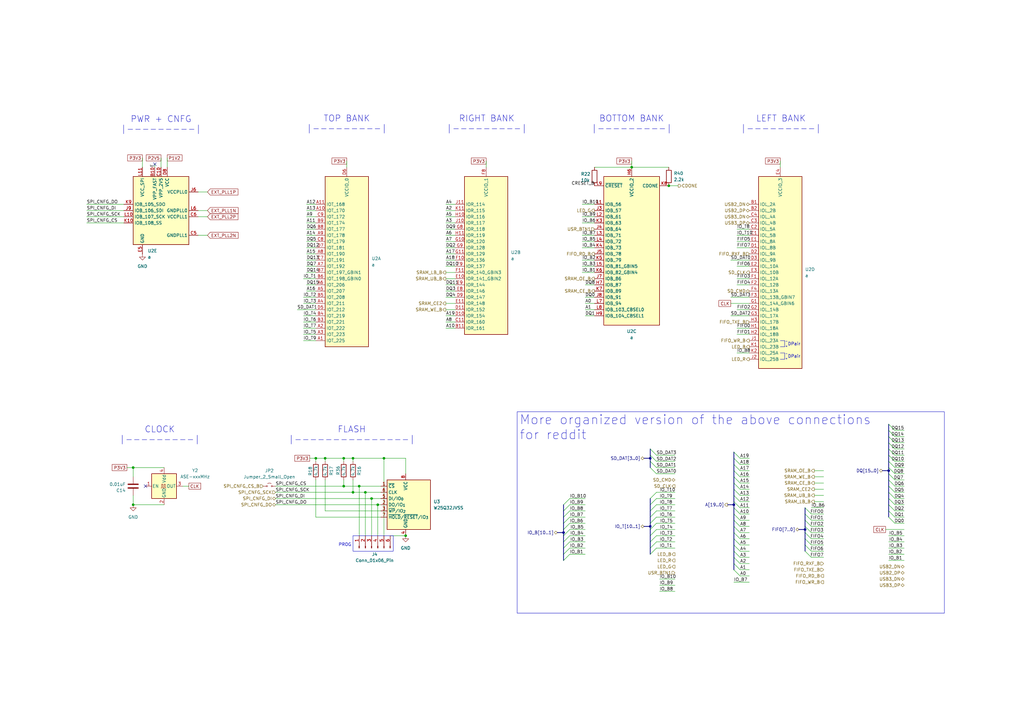
<source format=kicad_sch>
(kicad_sch (version 20250114) (generator "eeschema") (generator_version "9.0")
  (paper "A3")
  (title_block (title "FPGA Arrangement") (date "2025-07-18") (rev "0.0.0") (comment 1 "By Jaden Gani"))
  (lib_symbols
    (symbol "Connector:Conn_01x06_Pin" (pin_names (offset 1.016) (hide yes))
      (property "Reference" "J" (at 0 7.62 0))
      (property "Value" "Conn_01x06_Pin" (at 0 -10.16 0))
      (symbol "Conn_01x06_Pin_1_1"
        (pin passive line (at 5.08 5.08 180) (length 3.81) (name "Pin_1") (number "1"))
        (pin passive line (at 5.08 2.54 180) (length 3.81) (name "Pin_2") (number "2"))
        (pin passive line (at 5.08 0 180) (length 3.81) (name "Pin_3") (number "3"))
        (pin passive line (at 5.08 -2.54 180) (length 3.81) (name "Pin_4") (number "4"))
        (pin passive line (at 5.08 -5.08 180) (length 3.81) (name "Pin_5") (number "5"))
        (pin passive line (at 5.08 -7.62 180) (length 3.81) (name "Pin_6") (number "6"))
      )
    )
    (symbol "Device:C" (pin_numbers (hide yes)) (pin_names (offset 0.254))
      (property "Reference" "C" (at 0.635 2.54 0))
      (property "Value" "C" (at 0.635 -2.54 0))
      (symbol "C_1_1"
        (pin passive line (at 0 3.81 270) (length 2.794) (name "~") (number "1"))
        (pin passive line (at 0 -3.81 90) (length 2.794) (name "~") (number "2"))
      )
    )
    (symbol "Device:R" (pin_numbers (hide yes)) (pin_names (offset 0))
      (property "Reference" "R" (at 2.032 0 90))
      (property "Value" "R" (at 0 0 90))
      (symbol "R_1_1"
        (pin passive line (at 0 3.81 270) (length 1.27) (name "~") (number "1"))
        (pin passive line (at 0 -3.81 90) (length 1.27) (name "~") (number "2"))
      )
    )
    (symbol "FPGA_Lattice:ICE40HX8K-BG121"
      (property "Reference" "U" (at 2.54 44.45 0))
      (property "Value" "ICE40HX8K-BG121" (at 10.16 41.91 0))
      (symbol "ICE40HX8K-BG121_1_1"
        (pin bidirectional line (at -12.7 20.32 0) (length 3.81) (name "IOT_168") (number "A11"))
        (pin bidirectional line (at -12.7 17.78 0) (length 3.81) (name "IOT_170") (number "A10"))
        (pin bidirectional line (at -12.7 15.24 0) (length 3.81) (name "IOT_172") (number "C9"))
        (pin bidirectional line (at -12.7 12.7 0) (length 3.81) (name "IOT_174") (number "B9"))
        (pin bidirectional line (at -12.7 10.16 0) (length 3.81) (name "IOT_177") (number "B8"))
        (pin bidirectional line (at -12.7 7.62 0) (length 3.81) (name "IOT_178") (number "A9"))
        (pin bidirectional line (at -12.7 5.08 0) (length 3.81) (name "IOT_179") (number "C8"))
        (pin bidirectional line (at -12.7 2.54 0) (length 3.81) (name "IOT_181") (number "D7"))
        (pin bidirectional line (at -12.7 0 0) (length 3.81) (name "IOT_190") (number "A8"))
        (pin bidirectional line (at -12.7 -2.54 0) (length 3.81) (name "IOT_191") (number "C7"))
        (pin bidirectional line (at -12.7 -5.08 0) (length 3.81) (name "IOT_192") (number "A7"))
        (pin bidirectional line (at -12.7 -7.62 0) (length 3.81) (name "IOT_197_GBIN1") (number "B7"))
        (pin bidirectional line (at -12.7 -10.16 0) (length 3.81) (name "IOT_198_GBIN0") (number "B6"))
        (pin bidirectional line (at -12.7 -12.7 0) (length 3.81) (name "IOT_206") (number "A6"))
        (pin bidirectional line (at -12.7 -15.24 0) (length 3.81) (name "IOT_207") (number "A5"))
        (pin bidirectional line (at -12.7 -17.78 0) (length 3.81) (name "IOT_208") (number "B5"))
        (pin bidirectional line (at -12.7 -20.32 0) (length 3.81) (name "IOT_211") (number "A4"))
        (pin bidirectional line (at -12.7 -22.86 0) (length 3.81) (name "IOT_212") (number "D5"))
        (pin bidirectional line (at -12.7 -25.4 0) (length 3.81) (name "IOT_219") (number "B4"))
        (pin bidirectional line (at -12.7 -27.94 0) (length 3.81) (name "IOT_221") (number "B3"))
        (pin bidirectional line (at -12.7 -30.48 0) (length 3.81) (name "IOT_222") (number "A2"))
        (pin bidirectional line (at -12.7 -33.02 0) (length 3.81) (name "IOT_223") (number "A3"))
        (pin bidirectional line (at -12.7 -35.56 0) (length 3.81) (name "IOT_225") (number "A1"))
        (pin power_in line (at 0 35.56 270) (length 3.81) (name "VCCIO_0") (number "D6"))
      )
      (symbol "ICE40HX8K-BG121_2_1"
        (pin bidirectional line (at -12.7 20.32 0) (length 3.81) (name "IOR_114") (number "J11"))
        (pin bidirectional line (at -12.7 17.78 0) (length 3.81) (name "IOR_115") (number "K11"))
        (pin bidirectional line (at -12.7 15.24 0) (length 3.81) (name "IOR_116") (number "H10"))
        (pin bidirectional line (at -12.7 12.7 0) (length 3.81) (name "IOR_117") (number "J10"))
        (pin bidirectional line (at -12.7 10.16 0) (length 3.81) (name "IOR_118") (number "G8"))
        (pin bidirectional line (at -12.7 7.62 0) (length 3.81) (name "IOR_119") (number "H11"))
        (pin bidirectional line (at -12.7 5.08 0) (length 3.81) (name "IOR_120") (number "G10"))
        (pin bidirectional line (at -12.7 2.54 0) (length 3.81) (name "IOR_128") (number "G9"))
        (pin bidirectional line (at -12.7 0 0) (length 3.81) (name "IOR_129") (number "G11"))
        (pin bidirectional line (at -12.7 -2.54 0) (length 3.81) (name "IOR_136") (number "F10"))
        (pin bidirectional line (at -12.7 -5.08 0) (length 3.81) (name "IOR_137") (number "F9"))
        (pin bidirectional line (at -12.7 -7.62 0) (length 3.81) (name "IOR_140_GBIN3") (number "F11"))
        (pin bidirectional line (at -12.7 -10.16 0) (length 3.81) (name "IOR_141_GBIN2") (number "E10"))
        (pin bidirectional line (at -12.7 -12.7 0) (length 3.81) (name "IOR_144") (number "E9"))
        (pin bidirectional line (at -12.7 -15.24 0) (length 3.81) (name "IOR_146") (number "E8"))
        (pin bidirectional line (at -12.7 -17.78 0) (length 3.81) (name "IOR_147") (number "D9"))
        (pin bidirectional line (at -12.7 -20.32 0) (length 3.81) (name "IOR_148") (number "E11"))
        (pin bidirectional line (at -12.7 -22.86 0) (length 3.81) (name "IOR_152") (number "D11"))
        (pin bidirectional line (at -12.7 -25.4 0) (length 3.81) (name "IOR_154") (number "D10"))
        (pin bidirectional line (at -12.7 -27.94 0) (length 3.81) (name "IOR_160") (number "C11"))
        (pin bidirectional line (at -12.7 -30.48 0) (length 3.81) (name "IOR_161") (number "B11"))
        (pin power_in line (at 0 35.56 270) (length 3.81) (name "VCCIO_1") (number "F8"))
      )
      (symbol "ICE40HX8K-BG121_3_1"
        (pin input line (at -15.24 25.4 0) (length 3.81) (name "~{CRESET}") (number "L9"))
        (pin bidirectional line (at -15.24 17.78 0) (length 3.81) (name "IOB_56") (number "L1"))
        (pin bidirectional line (at -15.24 15.24 0) (length 3.81) (name "IOB_57") (number "J3"))
        (pin bidirectional line (at -15.24 12.7 0) (length 3.81) (name "IOB_61") (number "L2"))
        (pin bidirectional line (at -15.24 10.16 0) (length 3.81) (name "IOB_63") (number "K3"))
        (pin bidirectional line (at -15.24 7.62 0) (length 3.81) (name "IOB_64") (number "J4"))
        (pin bidirectional line (at -15.24 5.08 0) (length 3.81) (name "IOB_71") (number "L3"))
        (pin bidirectional line (at -15.24 2.54 0) (length 3.81) (name "IOB_72") (number "L4"))
        (pin bidirectional line (at -15.24 0 0) (length 3.81) (name "IOB_73") (number "K4"))
        (pin bidirectional line (at -15.24 -2.54 0) (length 3.81) (name "IOB_78") (number "J5"))
        (pin bidirectional line (at -15.24 -5.08 0) (length 3.81) (name "IOB_79") (number "K5"))
        (pin bidirectional line (at -15.24 -7.62 0) (length 3.81) (name "IOB_81_GBIN5") (number "L5"))
        (pin bidirectional line (at -15.24 -10.16 0) (length 3.81) (name "IOB_82_GBIN4") (number "K6"))
        (pin bidirectional line (at -15.24 -12.7 0) (length 3.81) (name "IOB_86") (number "J7"))
        (pin bidirectional line (at -15.24 -15.24 0) (length 3.81) (name "IOB_87") (number "H7"))
        (pin bidirectional line (at -15.24 -17.78 0) (length 3.81) (name "IOB_89") (number "K7"))
        (pin bidirectional line (at -15.24 -20.32 0) (length 3.81) (name "IOB_91") (number "J8"))
        (pin bidirectional line (at -15.24 -22.86 0) (length 3.81) (name "IOB_94") (number "L7"))
        (pin bidirectional line (at -15.24 -25.4 0) (length 3.81) (name "IOB_103_CBSEL0") (number "L8"))
        (pin bidirectional line (at -15.24 -27.94 0) (length 3.81) (name "IOB_104_CBSEL1") (number "H9"))
        (pin power_in line (at 0 33.02 270) (length 3.81) (name "VCCIO_2") (number "H6"))
        (pin open_collector line (at 15.24 25.4 180) (length 3.81) (name "CDONE") (number "K8"))
      )
      (symbol "ICE40HX8K-BG121_4_1"
        (pin bidirectional line (at -12.7 27.94 0) (length 3.81) (name "IOL_2A") (number "B1"))
        (pin bidirectional line (at -12.7 25.4 0) (length 3.81) (name "IOL_2B") (number "B2"))
        (pin bidirectional line (at -12.7 22.86 0) (length 3.81) (name "IOL_4A") (number "C4"))
        (pin bidirectional line (at -12.7 20.32 0) (length 3.81) (name "IOL_4B") (number "C3"))
        (pin bidirectional line (at -12.7 17.78 0) (length 3.81) (name "IOL_5A") (number "C2"))
        (pin bidirectional line (at -12.7 15.24 0) (length 3.81) (name "IOL_5B") (number "C1"))
        (pin bidirectional line (at -12.7 12.7 0) (length 3.81) (name "IOL_8A") (number "E1"))
        (pin bidirectional line (at -12.7 10.16 0) (length 3.81) (name "IOL_8B") (number "D1"))
        (pin bidirectional line (at -12.7 7.62 0) (length 3.81) (name "IOL_9A") (number "D2"))
        (pin bidirectional line (at -12.7 5.08 0) (length 3.81) (name "IOL_9B") (number "D3"))
        (pin bidirectional line (at -12.7 2.54 0) (length 3.81) (name "IOL_10A") (number "E2"))
        (pin bidirectional line (at -12.7 0 0) (length 3.81) (name "IOL_10B") (number "E3"))
        (pin bidirectional line (at -12.7 -2.54 0) (length 3.81) (name "IOL_12A") (number "F1"))
        (pin bidirectional line (at -12.7 -5.08 0) (length 3.81) (name "IOL_12B") (number "F2"))
        (pin bidirectional line (at -12.7 -7.62 0) (length 3.81) (name "IOL_13A") (number "F4"))
        (pin bidirectional line (at -12.7 -10.16 0) (length 3.81) (name "IOL_13B_GBIN7") (number "F3"))
        (pin bidirectional line (at -12.7 -12.7 0) (length 3.81) (name "IOL_14A_GBIN6") (number "G1"))
        (pin bidirectional line (at -12.7 -15.24 0) (length 3.81) (name "IOL_14B") (number "G2"))
        (pin bidirectional line (at -12.7 -17.78 0) (length 3.81) (name "IOL_17A") (number "G3"))
        (pin bidirectional line (at -12.7 -20.32 0) (length 3.81) (name "IOL_17B") (number "H3"))
        (pin bidirectional line (at -12.7 -22.86 0) (length 3.81) (name "IOL_18A") (number "H1"))
        (pin bidirectional line (at -12.7 -25.4 0) (length 3.81) (name "IOL_18B") (number "H2"))
        (pin bidirectional line (at -12.7 -27.94 0) (length 3.81) (name "IOL_23A") (number "J1"))
        (pin bidirectional line (at -12.7 -30.48 0) (length 3.81) (name "IOL_23B") (number "K1"))
        (pin bidirectional line (at -12.7 -33.02 0) (length 3.81) (name "IOL_25A") (number "K2"))
        (pin bidirectional line (at -12.7 -35.56 0) (length 3.81) (name "IOL_25B") (number "J2"))
        (pin power_in line (at 0 43.18 270) (length 3.81) (name "VCCIO_3") (number "E4"))
        (pin passive line (at 0 43.18 270) (length 3.81) (hide yes) (name "VCCIO_3") (number "G4"))
      )
      (symbol "ICE40HX8K-BG121_5_1"
        (pin bidirectional line (at -15.24 2.54 0) (length 3.81) (name "IOB_105_SDO") (number "K9"))
        (pin bidirectional line (at -15.24 0 0) (length 3.81) (name "IOB_106_SDI") (number "J9"))
        (pin bidirectional line (at -15.24 -2.54 0) (length 3.81) (name "IOB_107_SCK") (number "L10"))
        (pin bidirectional line (at -15.24 -5.08 0) (length 3.81) (name "IOB_108_SS") (number "K10"))
        (pin power_in line (at -7.62 17.78 270) (length 3.81) (name "VCC_SPI") (number "L11"))
        (pin power_in line (at -7.62 -17.78 90) (length 3.81) (name "GND") (number "E5"))
        (pin passive line (at -7.62 -17.78 90) (length 3.81) (hide yes) (name "GND") (number "E6"))
        (pin passive line (at -7.62 -17.78 90) (length 3.81) (hide yes) (name "GND") (number "E7"))
        (pin passive line (at -7.62 -17.78 90) (length 3.81) (hide yes) (name "GND") (number "F5"))
        (pin passive line (at -7.62 -17.78 90) (length 3.81) (hide yes) (name "GND") (number "F6"))
        (pin passive line (at -7.62 -17.78 90) (length 3.81) (hide yes) (name "GND") (number "F7"))
        (pin passive line (at -7.62 -17.78 90) (length 3.81) (hide yes) (name "GND") (number "G5"))
        (pin passive line (at -7.62 -17.78 90) (length 3.81) (hide yes) (name "GND") (number "G6"))
        (pin passive line (at -7.62 -17.78 90) (length 3.81) (hide yes) (name "GND") (number "G7"))
        (pin passive line (at -7.62 -17.78 90) (length 3.81) (hide yes) (name "GND") (number "H5"))
        (pin power_in line (at -2.54 17.78 270) (length 3.81) (name "VPP_FAST") (number "B10"))
        (pin power_in line (at 0 17.78 270) (length 3.81) (name "VPP_2V5") (number "C10"))
        (pin passive line (at 2.54 17.78 270) (length 3.81) (hide yes) (name "VCC") (number "D4"))
        (pin power_in line (at 2.54 17.78 270) (length 3.81) (name "VCC") (number "D8"))
        (pin passive line (at 2.54 17.78 270) (length 3.81) (hide yes) (name "VCC") (number "H4"))
        (pin passive line (at 2.54 17.78 270) (length 3.81) (hide yes) (name "VCC") (number "H8"))
        (pin power_in line (at 15.24 7.62 180) (length 3.81) (name "VCCPLL0") (number "J6"))
        (pin power_in line (at 15.24 0 180) (length 3.81) (name "GNDPLL0") (number "L6"))
        (pin power_in line (at 15.24 -2.54 180) (length 3.81) (name "VCCPLL1") (number "C6"))
        (pin power_in line (at 15.24 -10.16 180) (length 3.81) (name "GNDPLL1") (number "C5"))
      )
    )
    (symbol "Jumper:Jumper_2_Small_Open" (pin_numbers (hide yes)) (pin_names (offset 0) (hide yes))
      (property "Reference" "JP" (at 0 2.794 0))
      (property "Value" "Jumper_2_Small_Open" (at 0 -2.286 0))
      (symbol "Jumper_2_Small_Open_1_1"
        (pin passive line (at -2.54 0 0) (length 1.27) (name "A") (number "1"))
        (pin passive line (at 2.54 0 180) (length 1.27) (name "B") (number "2"))
      )
    )
    (symbol "Memory_Flash:W25Q32JVSS"
      (property "Reference" "U" (at -6.35 11.43 0))
      (property "Value" "W25Q32JVSS" (at 7.62 11.43 0))
      (symbol "W25Q32JVSS_1_1"
        (pin input line (at -10.16 7.62 0) (length 2.54) (name "~{CS}") (number "1"))
        (pin input line (at -10.16 5.08 0) (length 2.54) (name "CLK") (number "6"))
        (pin bidirectional line (at -10.16 2.54 0) (length 2.54) (name "DI/IO_{0}") (number "5"))
        (pin bidirectional line (at -10.16 0 0) (length 2.54) (name "DO/IO_{1}") (number "2"))
        (pin bidirectional line (at -10.16 -2.54 0) (length 2.54) (name "~{WP}/IO_{2}") (number "3"))
        (pin bidirectional line (at -10.16 -5.08 0) (length 2.54) (name "~{HOLD}/~{RESET}/IO_{3}") (number "7"))
        (pin power_in line (at 0 12.7 270) (length 2.54) (name "VCC") (number "8"))
        (pin power_in line (at 0 -12.7 90) (length 2.54) (name "GND") (number "4"))
      )
    )
    (symbol "Oscillator:ASE-xxxMHz" (pin_names (offset 0.254))
      (property "Reference" "Y" (at -5.08 6.35 0))
      (property "Value" "ASE-xxxMHz" (at 1.27 -6.35 0))
      (symbol "ASE-xxxMHz_1_1"
        (pin input line (at -7.62 0 0) (length 2.54) (name "EN") (number "1"))
        (pin power_in line (at 0 7.62 270) (length 2.54) (name "Vdd") (number "4"))
        (pin power_in line (at 0 -7.62 90) (length 2.54) (name "GND") (number "2"))
        (pin output line (at 7.62 0 180) (length 2.54) (name "OUT") (number "3"))
      )
    )
    (symbol "power:GND" (power) (pin_numbers (hide yes)) (pin_names (offset 0) (hide yes))
      (property "Value" "GND" (at 0 -3.81 0))
      (symbol "GND_1_1"
        (pin power_in line (at 0 0 270) (length 0) (name "~") (number "1"))
      )
    )
  )
  (text "LEFT BANK\n|---------|" (at 320.294 50.8 0) (effects (font (size 2.54 2.54))))
  (text "TOP BANK\n|---------|" (at 142.24 50.8 0) (effects (font (size 2.54 2.54))))
  (text "DPair" (at 323.088 146.304 0) (effects (font (size 1.27 1.27)) (justify left)))
  (text "BOTTOM BANK\n|---------|" (at 259.08 50.8 0) (effects (font (size 2.54 2.54))))
  (text "PROG" (at 141.478 223.52 0) (effects (font (size 1.27 1.27))))
  (text "FLASH\n|---------------|" (at 144.272 178.308 0) (effects (font (size 2.54 2.54))))
  (text "CLOCK\n|---------|" (at 65.532 178.308 0) (effects (font (size 2.54 2.54))))
  (text "DPair" (at 323.088 141.224 0) (effects (font (size 1.27 1.27)) (justify left)))
  (text "RIGHT BANK\n|---------|" (at 199.644 50.8 0) (effects (font (size 2.54 2.54))))
  (text "PWR + CNFG\n|---------|" (at 66.04 51.054 0) (effects (font (size 2.54 2.54))))
  (text_box "" (at 144.78 219.71 0) (size 16.51 6.35) (margins 0.9525 0.9525 0.9525 0.9525) (effects (font (size 1.27 1.27)) (justify left top)))
  (text_box "More organized version of the above connections\nfor reddit" (at 212.09 168.91 0) (size 175.26 82.55) (margins 0.9525 0.9525 0.9525 0.9525) (effects (font (size 3.81 3.81)) (justify left top)))
  (junction (at 140.97 199.39))
  (junction (at 147.32 199.39))
  (junction (at 266.7 215.9))
  (junction (at 266.7 187.96))
  (junction (at 54.61 207.01))
  (junction (at 300.99 207.01))
  (junction (at 166.37 219.71))
  (junction (at 144.78 201.93))
  (junction (at 144.78 187.96))
  (junction (at 129.54 187.96))
  (junction (at 149.86 201.93))
  (junction (at 157.48 187.96))
  (junction (at 140.97 187.96))
  (junction (at 259.08 68.58))
  (junction (at 54.61 191.77))
  (junction (at 330.2 217.17))
  (junction (at 274.32 76.2))
  (junction (at 364.49 193.04))
  (junction (at 133.35 187.96))
  (junction (at 152.4 204.47))
  (junction (at 231.14 218.44))
  (junction (at 154.94 207.01))
  (no_connect (at 63.5 67.31))
  (no_connect (at 59.69 199.39))
  (bus_entry (at 266.7 207.01) (size 2.54 -2.54))
  (bus_entry (at 266.7 214.63) (size 2.54 -2.54))
  (bus_entry (at 300.99 210.82) (size 2.54 2.54))
  (bus_entry (at 367.03 204.47) (size -2.54 -2.54))
  (bus_entry (at 266.7 219.71) (size 2.54 -2.54))
  (bus_entry (at 367.03 191.77) (size -2.54 -2.54))
  (bus_entry (at 300.99 185.42) (size 2.54 2.54))
  (bus_entry (at 300.99 187.96) (size 2.54 2.54))
  (bus_entry (at 332.74 220.98) (size -2.54 -2.54))
  (bus_entry (at 332.74 215.9) (size -2.54 -2.54))
  (bus_entry (at 300.99 228.6) (size 2.54 2.54))
  (bus_entry (at 300.99 215.9) (size 2.54 2.54))
  (bus_entry (at 231.14 227.33) (size 2.54 -2.54))
  (bus_entry (at 367.03 179.07) (size -2.54 -2.54))
  (bus_entry (at 300.99 193.04) (size 2.54 2.54))
  (bus_entry (at 367.03 199.39) (size -2.54 -2.54))
  (bus_entry (at 300.99 190.5) (size 2.54 2.54))
  (bus_entry (at 300.99 208.28) (size 2.54 2.54))
  (bus_entry (at 367.03 207.01) (size -2.54 -2.54))
  (bus_entry (at 332.74 218.44) (size -2.54 -2.54))
  (bus_entry (at 332.74 210.82) (size -2.54 -2.54))
  (bus_entry (at 231.14 212.09) (size 2.54 -2.54))
  (bus_entry (at 367.03 186.69) (size -2.54 -2.54))
  (bus_entry (at 231.14 207.01) (size 2.54 -2.54))
  (bus_entry (at 266.7 222.25) (size 2.54 -2.54))
  (bus_entry (at 367.03 194.31) (size -2.54 -2.54))
  (bus_entry (at 300.99 200.66) (size 2.54 2.54))
  (bus_entry (at 300.99 195.58) (size 2.54 2.54))
  (bus_entry (at 300.99 205.74) (size 2.54 2.54))
  (bus_entry (at 266.7 204.47) (size 2.54 -2.54))
  (bus_entry (at 266.7 212.09) (size 2.54 -2.54))
  (bus_entry (at 300.99 231.14) (size 2.54 2.54))
  (bus_entry (at 266.7 191.77) (size 2.54 2.54))
  (bus_entry (at 300.99 213.36) (size 2.54 2.54))
  (bus_entry (at 231.14 219.71) (size 2.54 -2.54))
  (bus_entry (at 266.7 189.23) (size 2.54 2.54))
  (bus_entry (at 266.7 186.69) (size 2.54 2.54))
  (bus_entry (at 300.99 226.06) (size 2.54 2.54))
  (bus_entry (at 367.03 181.61) (size -2.54 -2.54))
  (bus_entry (at 300.99 233.68) (size 2.54 2.54))
  (bus_entry (at 231.14 229.87) (size 2.54 -2.54))
  (bus_entry (at 300.99 220.98) (size 2.54 2.54))
  (bus_entry (at 231.14 214.63) (size 2.54 -2.54))
  (bus_entry (at 231.14 222.25) (size 2.54 -2.54))
  (bus_entry (at 266.7 224.79) (size 2.54 -2.54))
  (bus_entry (at 300.99 218.44) (size 2.54 2.54))
  (bus_entry (at 332.74 213.36) (size -2.54 -2.54))
  (bus_entry (at 300.99 198.12) (size 2.54 2.54))
  (bus_entry (at 332.74 223.52) (size -2.54 -2.54))
  (bus_entry (at 367.03 214.63) (size -2.54 -2.54))
  (bus_entry (at 367.03 196.85) (size -2.54 -2.54))
  (bus_entry (at 266.7 227.33) (size 2.54 -2.54))
  (bus_entry (at 367.03 176.53) (size -2.54 -2.54))
  (bus_entry (at 367.03 189.23) (size -2.54 -2.54))
  (bus_entry (at 332.74 226.06) (size -2.54 -2.54))
  (bus_entry (at 367.03 212.09) (size -2.54 -2.54))
  (bus_entry (at 300.99 223.52) (size 2.54 2.54))
  (bus_entry (at 367.03 209.55) (size -2.54 -2.54))
  (bus_entry (at 332.74 228.6) (size -2.54 -2.54))
  (bus_entry (at 367.03 184.15) (size -2.54 -2.54))
  (bus_entry (at 266.7 209.55) (size 2.54 -2.54))
  (bus_entry (at 367.03 201.93) (size -2.54 -2.54))
  (bus_entry (at 300.99 203.2) (size 2.54 2.54))
  (bus_entry (at 266.7 217.17) (size 2.54 -2.54))
  (bus_entry (at 231.14 217.17) (size 2.54 -2.54))
  (bus_entry (at 231.14 209.55) (size 2.54 -2.54))
  (bus_entry (at 231.14 224.79) (size 2.54 -2.54))
  (bus_entry (at 266.7 184.15) (size 2.54 2.54))
  (wire (pts (xy 125.73 96.52) (xy 129.54 96.52)))
  (wire (pts (xy 238.76 88.9) (xy 243.84 88.9)))
  (polyline (pts (xy 320.04 144.78) (xy 321.818 144.78)))
  (wire (pts (xy 240.03 127) (xy 243.84 127)))
  (bus (pts (xy 300.99 223.52) (xy 300.99 226.06)))
  (polyline (pts (xy 322.326 147.066) (xy 322.834 147.066)))
  (wire (pts (xy 160.02 219.71) (xy 166.37 219.71)))
  (wire (pts (xy 238.76 101.6) (xy 243.84 101.6)))
  (wire (pts (xy 133.35 189.23) (xy 133.35 187.96)))
  (wire (pts (xy 302.26 134.62) (xy 307.34 134.62)))
  (wire (pts (xy 125.73 119.38) (xy 129.54 119.38)))
  (wire (pts (xy 238.76 96.52) (xy 243.84 96.52)))
  (bus (pts (xy 228.6 218.44) (xy 231.14 218.44)))
  (wire (pts (xy 140.97 199.39) (xy 147.32 199.39)))
  (wire (pts (xy 182.88 119.38) (xy 186.69 119.38)))
  (wire (pts (xy 149.86 201.93) (xy 149.86 219.71)))
  (wire (pts (xy 337.82 228.6) (xy 332.74 228.6)))
  (wire (pts (xy 303.53 187.96) (xy 307.34 187.96)))
  (wire (pts (xy 124.46 139.7) (xy 129.54 139.7)))
  (wire (pts (xy 269.24 209.55) (xy 276.86 209.55)))
  (bus (pts (xy 364.49 193.04) (xy 361.95 193.04)))
  (wire (pts (xy 233.68 227.33) (xy 240.03 227.33)))
  (wire (pts (xy 182.88 124.46) (xy 186.69 124.46)))
  (wire (pts (xy 233.68 212.09) (xy 240.03 212.09)))
  (wire (pts (xy 182.88 114.3) (xy 186.69 114.3)))
  (wire (pts (xy 68.58 64.77) (xy 68.58 68.58)))
  (wire (pts (xy 278.13 76.2) (xy 274.32 76.2)))
  (wire (pts (xy 370.84 176.53) (xy 367.03 176.53)))
  (wire (pts (xy 81.28 86.36) (xy 85.09 86.36)))
  (bus (pts (xy 266.7 222.25) (xy 266.7 224.79)))
  (wire (pts (xy 303.53 226.06) (xy 307.34 226.06)))
  (wire (pts (xy 243.84 68.58) (xy 259.08 68.58)))
  (wire (pts (xy 125.73 104.14) (xy 129.54 104.14)))
  (wire (pts (xy 370.84 191.77) (xy 367.03 191.77)))
  (wire (pts (xy 303.53 228.6) (xy 307.34 228.6)))
  (wire (pts (xy 240.03 124.46) (xy 243.84 124.46)))
  (wire (pts (xy 370.84 212.09) (xy 367.03 212.09)))
  (polyline (pts (xy 322.326 145.034) (xy 322.834 145.034)))
  (wire (pts (xy 337.82 210.82) (xy 332.74 210.82)))
  (wire (pts (xy 124.46 124.46) (xy 129.54 124.46)))
  (wire (pts (xy 299.72 129.54) (xy 307.34 129.54)))
  (wire (pts (xy 303.53 233.68) (xy 307.34 233.68)))
  (wire (pts (xy 182.88 127) (xy 186.69 127)))
  (bus (pts (xy 330.2 215.9) (xy 330.2 217.17)))
  (wire (pts (xy 140.97 187.96) (xy 140.97 189.23)))
  (wire (pts (xy 182.88 104.14) (xy 186.69 104.14)))
  (bus (pts (xy 364.49 199.39) (xy 364.49 201.93)))
  (bus (pts (xy 298.45 207.01) (xy 300.99 207.01)))
  (bus (pts (xy 300.99 200.66) (xy 300.99 203.2)))
  (wire (pts (xy 81.28 88.9) (xy 85.09 88.9)))
  (wire (pts (xy 166.37 187.96) (xy 166.37 194.31)))
  (wire (pts (xy 124.46 132.08) (xy 129.54 132.08)))
  (wire (pts (xy 334.01 193.04) (xy 337.82 193.04)))
  (wire (pts (xy 129.54 196.85) (xy 129.54 212.09)))
  (bus (pts (xy 266.7 217.17) (xy 266.7 219.71)))
  (wire (pts (xy 233.68 214.63) (xy 240.03 214.63)))
  (wire (pts (xy 129.54 187.96) (xy 133.35 187.96)))
  (wire (pts (xy 133.35 209.55) (xy 156.21 209.55)))
  (wire (pts (xy 152.4 204.47) (xy 152.4 219.71)))
  (wire (pts (xy 337.82 213.36) (xy 332.74 213.36)))
  (wire (pts (xy 370.84 181.61) (xy 367.03 181.61)))
  (wire (pts (xy 54.61 203.2) (xy 54.61 207.01)))
  (wire (pts (xy 233.68 219.71) (xy 240.03 219.71)))
  (wire (pts (xy 302.26 144.78) (xy 307.34 144.78)))
  (bus (pts (xy 266.7 187.96) (xy 266.7 189.23)))
  (bus (pts (xy 364.49 181.61) (xy 364.49 184.15)))
  (wire (pts (xy 35.56 91.44) (xy 50.8 91.44)))
  (wire (pts (xy 269.24 191.77) (xy 276.86 191.77)))
  (bus (pts (xy 330.2 213.36) (xy 330.2 215.9)))
  (wire (pts (xy 334.01 200.66) (xy 337.82 200.66)))
  (bus (pts (xy 300.99 213.36) (xy 300.99 215.9)))
  (bus (pts (xy 364.49 173.99) (xy 364.49 176.53)))
  (wire (pts (xy 334.01 198.12) (xy 337.82 198.12)))
  (wire (pts (xy 233.68 204.47) (xy 240.03 204.47)))
  (bus (pts (xy 300.99 208.28) (xy 300.99 210.82)))
  (wire (pts (xy 182.88 111.76) (xy 186.69 111.76)))
  (bus (pts (xy 300.99 228.6) (xy 300.99 231.14)))
  (wire (pts (xy 303.53 210.82) (xy 307.34 210.82)))
  (wire (pts (xy 113.03 204.47) (xy 152.4 204.47)))
  (polyline (pts (xy 321.818 139.7) (xy 321.818 142.24)))
  (bus (pts (xy 300.99 195.58) (xy 300.99 198.12)))
  (wire (pts (xy 303.53 190.5) (xy 307.34 190.5)))
  (bus (pts (xy 300.99 205.74) (xy 300.99 207.01)))
  (bus (pts (xy 330.2 223.52) (xy 330.2 226.06)))
  (bus (pts (xy 231.14 217.17) (xy 231.14 218.44)))
  (wire (pts (xy 332.74 208.28) (xy 337.82 208.28)))
  (wire (pts (xy 337.82 220.98) (xy 332.74 220.98)))
  (wire (pts (xy 269.24 201.93) (xy 276.86 201.93)))
  (wire (pts (xy 127 187.96) (xy 129.54 187.96)))
  (wire (pts (xy 125.73 91.44) (xy 129.54 91.44)))
  (wire (pts (xy 370.84 204.47) (xy 367.03 204.47)))
  (bus (pts (xy 364.49 201.93) (xy 364.49 204.47)))
  (wire (pts (xy 364.49 222.25) (xy 370.84 222.25)))
  (wire (pts (xy 370.84 186.69) (xy 367.03 186.69)))
  (bus (pts (xy 330.2 217.17) (xy 330.2 218.44)))
  (wire (pts (xy 125.73 116.84) (xy 129.54 116.84)))
  (wire (pts (xy 370.84 201.93) (xy 367.03 201.93)))
  (wire (pts (xy 240.03 116.84) (xy 243.84 116.84)))
  (wire (pts (xy 303.53 203.2) (xy 307.34 203.2)))
  (wire (pts (xy 364.49 224.79) (xy 370.84 224.79)))
  (wire (pts (xy 334.01 195.58) (xy 337.82 195.58)))
  (wire (pts (xy 144.78 187.96) (xy 157.48 187.96)))
  (wire (pts (xy 303.53 215.9) (xy 307.34 215.9)))
  (wire (pts (xy 238.76 99.06) (xy 243.84 99.06)))
  (wire (pts (xy 121.92 127) (xy 129.54 127)))
  (bus (pts (xy 231.14 219.71) (xy 231.14 222.25)))
  (wire (pts (xy 147.32 199.39) (xy 147.32 219.71)))
  (wire (pts (xy 364.49 227.33) (xy 370.84 227.33)))
  (wire (pts (xy 125.73 99.06) (xy 129.54 99.06)))
  (bus (pts (xy 231.14 222.25) (xy 231.14 224.79)))
  (wire (pts (xy 269.24 186.69) (xy 276.86 186.69)))
  (wire (pts (xy 370.84 184.15) (xy 367.03 184.15)))
  (wire (pts (xy 113.03 207.01) (xy 154.94 207.01)))
  (wire (pts (xy 370.84 209.55) (xy 367.03 209.55)))
  (bus (pts (xy 266.7 224.79) (xy 266.7 227.33)))
  (wire (pts (xy 269.24 224.79) (xy 276.86 224.79)))
  (bus (pts (xy 300.99 203.2) (xy 300.99 205.74)))
  (wire (pts (xy 58.42 64.77) (xy 58.42 68.58)))
  (wire (pts (xy 35.56 83.82) (xy 50.8 83.82)))
  (wire (pts (xy 303.53 236.22) (xy 307.34 236.22)))
  (wire (pts (xy 81.28 96.52) (xy 85.09 96.52)))
  (bus (pts (xy 231.14 227.33) (xy 231.14 229.87)))
  (bus (pts (xy 266.7 219.71) (xy 266.7 222.25)))
  (wire (pts (xy 370.84 207.01) (xy 367.03 207.01)))
  (bus (pts (xy 300.99 198.12) (xy 300.99 200.66)))
  (wire (pts (xy 303.53 200.66) (xy 307.34 200.66)))
  (wire (pts (xy 124.46 137.16) (xy 129.54 137.16)))
  (wire (pts (xy 270.51 240.03) (xy 276.86 240.03)))
  (polyline (pts (xy 320.04 139.7) (xy 321.818 139.7)))
  (bus (pts (xy 300.99 220.98) (xy 300.99 223.52)))
  (wire (pts (xy 299.72 124.46) (xy 307.34 124.46)))
  (wire (pts (xy 302.26 101.6) (xy 307.34 101.6)))
  (wire (pts (xy 303.53 195.58) (xy 307.34 195.58)))
  (wire (pts (xy 142.24 66.04) (xy 142.24 68.58)))
  (wire (pts (xy 52.07 191.77) (xy 54.61 191.77)))
  (wire (pts (xy 303.53 218.44) (xy 307.34 218.44)))
  (wire (pts (xy 182.88 91.44) (xy 186.69 91.44)))
  (wire (pts (xy 259.08 66.04) (xy 259.08 68.58)))
  (wire (pts (xy 157.48 187.96) (xy 157.48 219.71)))
  (bus (pts (xy 364.49 179.07) (xy 364.49 181.61)))
  (bus (pts (xy 264.16 215.9) (xy 266.7 215.9)))
  (bus (pts (xy 266.7 186.69) (xy 266.7 187.96)))
  (wire (pts (xy 233.68 222.25) (xy 240.03 222.25)))
  (wire (pts (xy 144.78 201.93) (xy 149.86 201.93)))
  (wire (pts (xy 302.26 127) (xy 307.34 127)))
  (wire (pts (xy 269.24 207.01) (xy 276.86 207.01)))
  (wire (pts (xy 125.73 88.9) (xy 129.54 88.9)))
  (wire (pts (xy 320.04 66.04) (xy 320.04 68.58)))
  (wire (pts (xy 129.54 189.23) (xy 129.54 187.96)))
  (wire (pts (xy 300.99 238.76) (xy 307.34 238.76)))
  (bus (pts (xy 300.99 185.42) (xy 300.99 187.96)))
  (wire (pts (xy 370.84 179.07) (xy 367.03 179.07)))
  (polyline (pts (xy 322.326 141.986) (xy 322.834 141.986)))
  (wire (pts (xy 303.53 193.04) (xy 307.34 193.04)))
  (wire (pts (xy 54.61 207.01) (xy 67.31 207.01)))
  (wire (pts (xy 233.68 207.01) (xy 240.03 207.01)))
  (wire (pts (xy 140.97 187.96) (xy 144.78 187.96)))
  (wire (pts (xy 81.28 78.74) (xy 85.09 78.74)))
  (bus (pts (xy 364.49 191.77) (xy 364.49 193.04)))
  (wire (pts (xy 364.49 219.71) (xy 370.84 219.71)))
  (wire (pts (xy 337.82 226.06) (xy 332.74 226.06)))
  (wire (pts (xy 125.73 86.36) (xy 129.54 86.36)))
  (bus (pts (xy 364.49 207.01) (xy 364.49 209.55)))
  (wire (pts (xy 182.88 116.84) (xy 186.69 116.84)))
  (wire (pts (xy 370.84 196.85) (xy 367.03 196.85)))
  (wire (pts (xy 182.88 88.9) (xy 186.69 88.9)))
  (bus (pts (xy 231.14 207.01) (xy 231.14 209.55)))
  (wire (pts (xy 302.26 93.98) (xy 307.34 93.98)))
  (wire (pts (xy 238.76 83.82) (xy 243.84 83.82)))
  (wire (pts (xy 66.04 64.77) (xy 66.04 68.58)))
  (wire (pts (xy 147.32 199.39) (xy 156.21 199.39)))
  (wire (pts (xy 124.46 121.92) (xy 129.54 121.92)))
  (bus (pts (xy 330.2 220.98) (xy 330.2 223.52)))
  (wire (pts (xy 125.73 101.6) (xy 129.54 101.6)))
  (wire (pts (xy 299.72 121.92) (xy 307.34 121.92)))
  (wire (pts (xy 303.53 231.14) (xy 307.34 231.14)))
  (wire (pts (xy 303.53 223.52) (xy 307.34 223.52)))
  (bus (pts (xy 231.14 212.09) (xy 231.14 214.63)))
  (wire (pts (xy 238.76 109.22) (xy 243.84 109.22)))
  (bus (pts (xy 266.7 209.55) (xy 266.7 212.09)))
  (bus (pts (xy 231.14 214.63) (xy 231.14 217.17)))
  (wire (pts (xy 182.88 121.92) (xy 186.69 121.92)))
  (bus (pts (xy 266.7 204.47) (xy 266.7 207.01)))
  (bus (pts (xy 364.49 184.15) (xy 364.49 186.69)))
  (wire (pts (xy 370.84 214.63) (xy 367.03 214.63)))
  (wire (pts (xy 125.73 109.22) (xy 129.54 109.22)))
  (bus (pts (xy 364.49 176.53) (xy 364.49 179.07)))
  (wire (pts (xy 113.03 201.93) (xy 144.78 201.93)))
  (wire (pts (xy 182.88 99.06) (xy 186.69 99.06)))
  (wire (pts (xy 125.73 106.68) (xy 129.54 106.68)))
  (wire (pts (xy 302.26 116.84) (xy 307.34 116.84)))
  (wire (pts (xy 182.88 106.68) (xy 186.69 106.68)))
  (bus (pts (xy 300.99 193.04) (xy 300.99 195.58)))
  (bus (pts (xy 300.99 210.82) (xy 300.99 213.36)))
  (polyline (pts (xy 320.04 147.32) (xy 321.818 147.32)))
  (wire (pts (xy 269.24 214.63) (xy 276.86 214.63)))
  (wire (pts (xy 144.78 196.85) (xy 144.78 201.93)))
  (wire (pts (xy 303.53 213.36) (xy 307.34 213.36)))
  (wire (pts (xy 125.73 111.76) (xy 129.54 111.76)))
  (wire (pts (xy 302.26 114.3) (xy 307.34 114.3)))
  (wire (pts (xy 269.24 217.17) (xy 276.86 217.17)))
  (wire (pts (xy 54.61 191.77) (xy 54.61 195.58)))
  (wire (pts (xy 364.49 229.87) (xy 370.84 229.87)))
  (bus (pts (xy 364.49 193.04) (xy 364.49 194.31)))
  (wire (pts (xy 182.88 86.36) (xy 186.69 86.36)))
  (bus (pts (xy 364.49 186.69) (xy 364.49 189.23)))
  (wire (pts (xy 129.54 212.09) (xy 156.21 212.09)))
  (bus (pts (xy 300.99 187.96) (xy 300.99 190.5)))
  (wire (pts (xy 269.24 212.09) (xy 276.86 212.09)))
  (polyline (pts (xy 322.58 141.732) (xy 322.58 142.24)))
  (wire (pts (xy 270.51 242.57) (xy 276.86 242.57)))
  (polyline (pts (xy 322.58 146.812) (xy 322.58 147.32)))
  (wire (pts (xy 303.53 198.12) (xy 307.34 198.12)))
  (wire (pts (xy 269.24 194.31) (xy 276.86 194.31)))
  (bus (pts (xy 266.7 184.15) (xy 266.7 186.69)))
  (wire (pts (xy 233.68 224.79) (xy 240.03 224.79)))
  (wire (pts (xy 302.26 137.16) (xy 307.34 137.16)))
  (wire (pts (xy 124.46 129.54) (xy 129.54 129.54)))
  (wire (pts (xy 152.4 204.47) (xy 156.21 204.47)))
  (wire (pts (xy 182.88 93.98) (xy 186.69 93.98)))
  (bus (pts (xy 266.7 212.09) (xy 266.7 214.63)))
  (bus (pts (xy 330.2 208.28) (xy 330.2 210.82)))
  (bus (pts (xy 266.7 189.23) (xy 266.7 191.77)))
  (bus (pts (xy 330.2 217.17) (xy 327.66 217.17)))
  (wire (pts (xy 363.22 217.17) (xy 370.84 217.17)))
  (wire (pts (xy 157.48 187.96) (xy 166.37 187.96)))
  (wire (pts (xy 303.53 205.74) (xy 307.34 205.74)))
  (wire (pts (xy 238.76 91.44) (xy 243.84 91.44)))
  (wire (pts (xy 199.39 66.04) (xy 199.39 68.58)))
  (bus (pts (xy 266.7 214.63) (xy 266.7 215.9)))
  (wire (pts (xy 370.84 199.39) (xy 367.03 199.39)))
  (bus (pts (xy 264.16 187.96) (xy 266.7 187.96)))
  (wire (pts (xy 269.24 189.23) (xy 276.86 189.23)))
  (wire (pts (xy 149.86 201.93) (xy 156.21 201.93)))
  (wire (pts (xy 337.82 218.44) (xy 332.74 218.44)))
  (wire (pts (xy 124.46 134.62) (xy 129.54 134.62)))
  (bus (pts (xy 364.49 209.55) (xy 364.49 212.09)))
  (bus (pts (xy 231.14 209.55) (xy 231.14 212.09)))
  (bus (pts (xy 300.99 226.06) (xy 300.99 228.6)))
  (bus (pts (xy 300.99 218.44) (xy 300.99 220.98)))
  (bus (pts (xy 330.2 218.44) (xy 330.2 220.98)))
  (wire (pts (xy 334.01 205.74) (xy 337.82 205.74)))
  (polyline (pts (xy 322.326 139.954) (xy 322.834 139.954)))
  (wire (pts (xy 302.26 109.22) (xy 307.34 109.22)))
  (wire (pts (xy 182.88 96.52) (xy 186.69 96.52)))
  (wire (pts (xy 259.08 68.58) (xy 274.32 68.58)))
  (wire (pts (xy 77.47 199.39) (xy 74.93 199.39)))
  (wire (pts (xy 125.73 93.98) (xy 129.54 93.98)))
  (wire (pts (xy 124.46 114.3) (xy 129.54 114.3)))
  (wire (pts (xy 303.53 220.98) (xy 307.34 220.98)))
  (wire (pts (xy 154.94 207.01) (xy 154.94 219.71)))
  (bus (pts (xy 231.14 224.79) (xy 231.14 227.33)))
  (bus (pts (xy 330.2 210.82) (xy 330.2 213.36)))
  (wire (pts (xy 182.88 132.08) (xy 186.69 132.08)))
  (wire (pts (xy 269.24 222.25) (xy 276.86 222.25)))
  (bus (pts (xy 266.7 207.01) (xy 266.7 209.55)))
  (wire (pts (xy 35.56 88.9) (xy 50.8 88.9)))
  (polyline (pts (xy 320.04 142.24) (xy 321.818 142.24)))
  (wire (pts (xy 269.24 219.71) (xy 276.86 219.71)))
  (bus (pts (xy 300.99 231.14) (xy 300.99 233.68)))
  (bus (pts (xy 300.99 207.01) (xy 300.99 208.28)))
  (wire (pts (xy 240.03 129.54) (xy 243.84 129.54)))
  (wire (pts (xy 302.26 96.52) (xy 307.34 96.52)))
  (wire (pts (xy 125.73 83.82) (xy 129.54 83.82)))
  (bus (pts (xy 364.49 196.85) (xy 364.49 199.39)))
  (wire (pts (xy 63.5 67.31) (xy 63.5 68.58)))
  (wire (pts (xy 269.24 204.47) (xy 276.86 204.47)))
  (wire (pts (xy 154.94 207.01) (xy 156.21 207.01)))
  (wire (pts (xy 182.88 83.82) (xy 186.69 83.82)))
  (wire (pts (xy 54.61 191.77) (xy 67.31 191.77)))
  (bus (pts (xy 364.49 194.31) (xy 364.49 196.85)))
  (wire (pts (xy 303.53 208.28) (xy 307.34 208.28)))
  (wire (pts (xy 270.51 237.49) (xy 276.86 237.49)))
  (wire (pts (xy 113.03 199.39) (xy 140.97 199.39)))
  (wire (pts (xy 240.03 121.92) (xy 243.84 121.92)))
  (wire (pts (xy 370.84 189.23) (xy 367.03 189.23)))
  (bus (pts (xy 231.14 218.44) (xy 231.14 219.71)))
  (wire (pts (xy 133.35 196.85) (xy 133.35 209.55)))
  (wire (pts (xy 337.82 223.52) (xy 332.74 223.52)))
  (wire (pts (xy 337.82 215.9) (xy 332.74 215.9)))
  (wire (pts (xy 144.78 189.23) (xy 144.78 187.96)))
  (wire (pts (xy 182.88 129.54) (xy 186.69 129.54)))
  (wire (pts (xy 238.76 111.76) (xy 243.84 111.76)))
  (wire (pts (xy 35.56 86.36) (xy 50.8 86.36)))
  (wire (pts (xy 334.01 203.2) (xy 337.82 203.2)))
  (wire (pts (xy 302.26 99.06) (xy 307.34 99.06)))
  (wire (pts (xy 182.88 109.22) (xy 186.69 109.22)))
  (wire (pts (xy 182.88 134.62) (xy 186.69 134.62)))
  (wire (pts (xy 182.88 101.6) (xy 186.69 101.6)))
  (bus (pts (xy 364.49 189.23) (xy 364.49 191.77)))
  (wire (pts (xy 233.68 217.17) (xy 240.03 217.17)))
  (wire (pts (xy 299.72 106.68) (xy 307.34 106.68)))
  (bus (pts (xy 364.49 204.47) (xy 364.49 207.01)))
  (bus (pts (xy 266.7 215.9) (xy 266.7 217.17)))
  (wire (pts (xy 233.68 209.55) (xy 240.03 209.55)))
  (wire (pts (xy 238.76 106.68) (xy 243.84 106.68)))
  (wire (pts (xy 133.35 187.96) (xy 140.97 187.96)))
  (bus (pts (xy 300.99 190.5) (xy 300.99 193.04)))
  (bus (pts (xy 300.99 215.9) (xy 300.99 218.44)))
  (wire (pts (xy 140.97 196.85) (xy 140.97 199.39)))
  (wire (pts (xy 370.84 194.31) (xy 367.03 194.31)))
  (polyline (pts (xy 321.818 144.78) (xy 321.818 147.32)))
  (label "A18" (at 303.53 190.5 0))
  (label "FIFO0" (at 302.26 134.62 0))
  (label "A7" (at 182.88 99.06 0))
  (label "FIFO5" (at 302.26 99.06 0))
  (label "SPI_CNFG_DI" (at 113.03 204.47 0))
  (label "IO_B5" (at 238.76 99.06 0))
  (label "IO_B5" (at 233.8523 217.17 0))
  (label "FIFO7" (at 337.82 228.6 180))
  (label "DQ15" (at 370.84 176.53 180))
  (label "DQ13" (at 125.73 106.68 0))
  (label "A16" (at 125.73 119.38 0))
  (label "FIFO6" (at 302.26 109.22 0))
  (label "DQ10" (at 370.84 189.23 180))
  (label "IO_B7" (at 300.99 238.76 0))
  (label "IO_B2" (at 364.49 227.33 0))
  (label "DQ4" (at 370.84 204.47 180))
  (label "IO_B6" (at 233.68 214.63 0))
  (label "A4" (at 303.53 226.06 0))
  (label "A4" (at 182.88 83.82 0))
  (label "A12" (at 125.73 83.82 0))
  (label "IO_T6" (at 270.51 212.09 0))
  (label "DQ11" (at 182.88 116.84 0))
  (label "SPI_CNFG_DO" (at 113.03 207.01 0))
  (label "IO_T7" (at 270.51 209.55 0))
  (label "A2" (at 303.53 231.14 0))
  (label "FIFO0" (at 337.82 210.82 180))
  (label "DQ10" (at 182.88 109.22 0))
  (label "IO_B2" (at 233.68 224.79 0))
  (label "IO_T2" (at 124.46 121.92 0))
  (label "DQ12" (at 370.84 184.15 180))
  (label "IO_B3" (at 364.6117 224.79 0))
  (label "SPI_CNFG_SCK" (at 113.03 201.93 0))
  (label "A3" (at 182.88 91.44 0))
  (label "IO_B10" (at 270.51 237.49 0))
  (label "FIFO4" (at 302.26 116.84 0))
  (label "IO_B2" (at 238.76 106.68 0))
  (label "IO_T3" (at 270.6317 219.71 0))
  (label "DQ8" (at 240.03 116.84 0))
  (label "A10" (at 303.53 210.82 0))
  (label "IO_B4" (at 238.76 101.6 0))
  (label "DQ7" (at 370.5463 196.85 180))
  (label "IO_B8" (at 233.68 209.55 0))
  (label "IO_T4" (at 124.46 129.54 0))
  (label "IO_B5" (at 364.6117 219.71 0))
  (label "DQ6" (at 125.73 93.98 0))
  (label "A18" (at 182.88 106.68 0))
  (label "F" (at 63.5 68.58 90))
  (label "IO_B7" (at 233.68 212.09 0))
  (label "IO_T7" (at 124.46 134.62 0))
  (label "FIFO3" (at 337.82 218.44 180))
  (label "FIFO2" (at 302.26 127 0))
  (label "DQ0" (at 370.84 214.63 180))
  (label "FIFO3" (at 302.26 114.3 0))
  (label "A1" (at 240.03 127 0))
  (label "A5" (at 303.53 223.52 0))
  (label "FIFO1" (at 302.26 137.16 0))
  (label "IO_T6" (at 124.46 132.08 0))
  (label "IO_T3" (at 124.46 124.46 0))
  (label "DQ3" (at 370.781 207.01 180))
  (label "DQ14" (at 370.7598 179.07 180))
  (label "DQ13" (at 370.84 181.61 180))
  (label "A14" (at 125.73 96.52 0))
  (label "DQ1" (at 370.84 212.09 180))
  (label "IO_T9" (at 124.46 139.7 0))
  (label "SD_DAT2" (at 299.72 129.54 0))
  (label "IO_T8" (at 270.51 207.01 0))
  (label "IO_B1" (at 233.68 227.33 0))
  (label "DQ14" (at 125.73 111.76 0))
  (label "IO_B4" (at 364.6117 222.25 0))
  (label "SPI_CNFG_DO" (at 35.56 83.82 0))
  (label "IO_T9" (at 270.51 204.47 0))
  (label "IO_T10" (at 270.51 201.93 0))
  (label "SPI_CNFG_DI" (at 35.56 86.36 0))
  (label "DQ9" (at 182.88 93.98 0))
  (label "IO_T10" (at 302.26 96.52 0))
  (label "IO_B9" (at 238.76 88.9 0))
  (label "A12" (at 303.53 205.74 0))
  (label "IO_B6" (at 332.74 208.28 0))
  (label "FIFO1" (at 337.82 213.36 180))
  (label "DQ0" (at 240.03 121.92 0))
  (label "A16" (at 303.53 195.58 0))
  (label "A14" (at 303.53 200.66 0))
  (label "IO_B3" (at 238.76 109.22 0))
  (label "SD_DAT2" (at 269.24 189.23 0))
  (label "FIFO2" (at 337.82 215.9 180))
  (label "A10" (at 182.88 134.62 0))
  (label "IO_T2" (at 270.51 222.25 0))
  (label "A11" (at 303.53 208.28 0))
  (label "A7" (at 303.53 218.44 0))
  (label "DQ3" (at 182.88 119.38 0))
  (label "SD_DAT1" (at 121.92 127 0))
  (label "A19" (at 303.53 187.96 0))
  (label "IO_B8" (at 270.51 242.57 0))
  (label "A9" (at 125.73 88.9 0))
  (label "IO_B9" (at 233.68 207.01 0))
  (label "IO_T5" (at 124.46 137.16 0))
  (label "IO_B7" (at 238.76 96.52 0))
  (label "DQ2" (at 182.88 101.6 0))
  (label "IO_B10" (at 233.68 204.47 0))
  (label "A0" (at 303.53 236.22 0))
  (label "FIFO6" (at 337.82 226.06 180))
  (label "DQ2" (at 370.84 209.55 180))
  (label "A8" (at 182.88 132.08 0))
  (label "SPI_CNFG_SCK" (at 35.56 88.9 0))
  (label "A5" (at 182.88 88.9 0))
  (label "IO_B9" (at 270.51 240.03 0))
  (label "A1" (at 303.53 233.68 0))
  (label "A6" (at 182.88 96.52 0))
  (label "IO_B1" (at 238.76 111.76 0))
  (label "SD_DAT0" (at 269.24 194.31 0))
  (label "A9" (at 303.53 213.36 0))
  (label "DQ8" (at 370.5933 194.31 180))
  (label "FIFO7" (at 302.26 101.6 0))
  (label "IO_T5" (at 270.6823 214.63 0))
  (label "DQ12" (at 125.73 101.6 0))
  (label "SPI_CNFG_CS" (at 35.56 91.44 0))
  (label "FIFO4" (at 337.82 220.98 180))
  (label "A8" (at 303.53 215.9 0))
  (label "A11" (at 125.73 91.44 0))
  (label "IO_B8" (at 302.26 144.78 0))
  (label "SD_DAT0" (at 299.72 106.68 0))
  (label "IO_T4" (at 270.6317 217.17 0))
  (label "A19" (at 182.88 129.54 0))
  (label "A6" (at 303.53 220.98 0))
  (label "DQ5" (at 125.73 99.06 0))
  (label "IO_B10" (at 238.76 83.82 0))
  (label "IO_B6" (at 238.76 91.44 0))
  (label "IO_T1" (at 124.46 114.3 0))
  (label "DQ1" (at 240.03 129.54 0))
  (label "IO_T1" (at 270.51 224.79 0))
  (label "SPI_CNFG_CS" (at 113.03 199.39 0))
  (label "A17" (at 303.53 193.04 0))
  (label "SD_DAT3" (at 269.24 186.69 0))
  (label "A0" (at 240.03 124.46 0))
  (label "FIFO5" (at 337.82 223.52 180))
  (label "DQ7" (at 125.73 109.22 0))
  (label "SD_DAT3" (at 299.72 121.92 0))
  (label "CRESET_B" (at 243.84 76.2 180))
  (label "DQ9" (at 370.84 191.77 180))
  (label "DQ11" (at 370.84 186.69 180))
  (label "DQ4" (at 182.88 121.92 0))
  (label "A15" (at 125.73 104.14 0))
  (label "A13" (at 125.73 86.36 0))
  (label "A15" (at 303.53 198.12 0))
  (label "A2" (at 182.88 86.36 0))
  (label "DQ15" (at 125.73 116.84 0))
  (label "IO_T8" (at 302.26 93.98 0))
  (label "A17" (at 182.88 104.14 0))
  (label "IO_B1" (at 364.49 229.87 0))
  (label "A3" (at 303.53 228.6 0))
  (label "SD_DAT1" (at 269.24 191.77 0))
  (label "DQ5" (at 370.84 201.93 180))
  (label "DQ6" (at 370.84 199.39 180))
  (label "IO_B3" (at 233.8017 222.25 0))
  (label "IO_B4" (at 233.8017 219.71 0))
  (label "A13" (at 303.53 203.2 0))
  (global_label "P3V3" (shape passive) (at 199.39 66.04 180) (property "Intersheetrefs" "${INTERSHEET_REFS}" (effects (hide yes))))
  (global_label "EXT_PLL1N" (shape input) (at 85.09 86.36 0) (property "Intersheetrefs" "${INTERSHEET_REFS}" (effects (hide yes))))
  (global_label "EXT_PLL1P" (shape input) (at 85.09 78.74 0) (property "Intersheetrefs" "${INTERSHEET_REFS}" (effects (hide yes))))
  (global_label "P3V3" (shape passive) (at 127 187.96 180) (property "Intersheetrefs" "${INTERSHEET_REFS}" (effects (hide yes))))
  (global_label "P2V5" (shape passive) (at 66.04 64.77 180) (property "Intersheetrefs" "${INTERSHEET_REFS}" (effects (hide yes))))
  (global_label "CLK" (shape passive) (at 77.47 199.39 0) (property "Intersheetrefs" "${INTERSHEET_REFS}" (effects (hide yes))))
  (global_label "CLK" (shape passive) (at 363.22 217.17 180) (property "Intersheetrefs" "${INTERSHEET_REFS}" (effects (hide yes))))
  (global_label "P3V3" (shape passive) (at 142.24 66.04 180) (property "Intersheetrefs" "${INTERSHEET_REFS}" (effects (hide yes))))
  (global_label "P3V3" (shape passive) (at 52.07 191.77 180) (property "Intersheetrefs" "${INTERSHEET_REFS}" (effects (hide yes))))
  (global_label "P3V3" (shape passive) (at 58.42 64.77 180) (property "Intersheetrefs" "${INTERSHEET_REFS}" (effects (hide yes))))
  (global_label "EXT_PLL2N" (shape input) (at 85.09 96.52 0) (property "Intersheetrefs" "${INTERSHEET_REFS}" (effects (hide yes))))
  (global_label "P3V3" (shape passive) (at 320.04 66.04 180) (property "Intersheetrefs" "${INTERSHEET_REFS}" (effects (hide yes))))
  (global_label "EXT_PLL2P" (shape input) (at 85.09 88.9 0) (property "Intersheetrefs" "${INTERSHEET_REFS}" (effects (hide yes))))
  (global_label "CLK" (shape passive) (at 299.72 124.46 180) (property "Intersheetrefs" "${INTERSHEET_REFS}" (effects (hide yes))))
  (global_label "P3V3" (shape passive) (at 259.08 66.04 180) (property "Intersheetrefs" "${INTERSHEET_REFS}" (effects (hide yes))))
  (global_label "P1V2" (shape passive) (at 68.58 64.77 0) (property "Intersheetrefs" "${INTERSHEET_REFS}" (effects (hide yes))))
  (hierarchical_label "SRAM_CE2" (shape output) (at 182.88 124.46 180))
  (hierarchical_label "SD_CLK" (shape output) (at 276.86 199.39 180))
  (hierarchical_label "SRAM_OE_B" (shape output) (at 243.84 114.3 180))
  (hierarchical_label "USB2_DN" (shape bidirectional) (at 370.84 232.41 180))
  (hierarchical_label "USB3_DN" (shape bidirectional) (at 307.34 88.9 180))
  (hierarchical_label "USB3_DN" (shape bidirectional) (at 370.84 237.49 180))
  (hierarchical_label "LED_B" (shape output) (at 307.34 142.24 180))
  (hierarchical_label "FIFO_TXE_B" (shape input) (at 337.82 233.68 180))
  (hierarchical_label "SRAM_UB_B" (shape output) (at 182.88 114.3 180))
  (hierarchical_label "FIFO_RXF_B" (shape input) (at 307.34 104.14 180))
  (hierarchical_label "SD_DAT[3..0]" (shape bidirectional) (at 264.16 187.96 180))
  (hierarchical_label "SRAM_CE_B" (shape output) (at 243.84 119.38 180))
  (hierarchical_label "CDONE" (shape output) (at 278.13 76.2 0))
  (hierarchical_label "SRAM_LB_B" (shape output) (at 182.88 111.76 180))
  (hierarchical_label "USR_BTN1" (shape input) (at 276.86 234.95 180))
  (hierarchical_label "A[19..0]" (shape output) (at 298.45 207.01 180))
  (hierarchical_label "USB3_DP" (shape bidirectional) (at 307.34 91.44 180))
  (hierarchical_label "SRAM_UB_B" (shape output) (at 334.01 203.2 180))
  (hierarchical_label "USB3_DP" (shape bidirectional) (at 370.84 240.03 180))
  (hierarchical_label "SPI_CNFG_DI" (shape bidirectional) (at 113.03 204.47 180))
  (hierarchical_label "FIFO_RD_B" (shape output) (at 243.84 104.14 180))
  (hierarchical_label "LED_G" (shape output) (at 276.86 232.41 180))
  (hierarchical_label "LED_R" (shape output) (at 307.34 147.32 180))
  (hierarchical_label "SD_CMD" (shape bidirectional) (at 276.86 196.85 180))
  (hierarchical_label "USR_BTN1" (shape input) (at 243.84 93.98 180))
  (hierarchical_label "SPI_CNFG_SCK" (shape input) (at 113.03 201.93 180))
  (hierarchical_label "FIFO[7..0]" (shape bidirectional) (at 327.66 217.17 180))
  (hierarchical_label "FIFO_WR_B" (shape output) (at 337.82 238.76 180))
  (hierarchical_label "SRAM_CE2" (shape output) (at 334.01 200.66 180))
  (hierarchical_label "SRAM_CE_B" (shape output) (at 334.01 198.12 180))
  (hierarchical_label "USB2_DN" (shape bidirectional) (at 307.34 83.82 180))
  (hierarchical_label "USB2_DP" (shape bidirectional) (at 307.34 86.36 180))
  (hierarchical_label "SPI_CNFG_DO" (shape bidirectional) (at 113.03 207.01 180))
  (hierarchical_label "IO_B[10..1]" (shape bidirectional) (at 228.6 218.44 180))
  (hierarchical_label "FIFO_RXF_B" (shape input) (at 337.82 231.14 180))
  (hierarchical_label "FIFO_WR_B" (shape output) (at 307.34 139.7 180))
  (hierarchical_label "SRAM_LB_B" (shape output) (at 334.01 205.74 180))
  (hierarchical_label "DQ[15..0]" (shape bidirectional) (at 361.95 193.04 180))
  (hierarchical_label "FIFO_TXE_B" (shape input) (at 307.34 132.08 180))
  (hierarchical_label "SPI_CNFG_CS_B" (shape input) (at 107.95 199.39 180))
  (hierarchical_label "USB2_DP" (shape bidirectional) (at 370.84 234.95 180))
  (hierarchical_label "IO_T[10..1]" (shape bidirectional) (at 264.16 215.9 180))
  (hierarchical_label "SD_CLK" (shape output) (at 307.34 111.76 180))
  (hierarchical_label "SRAM_OE_B" (shape output) (at 334.01 193.04 180))
  (hierarchical_label "LED_G" (shape output) (at 243.84 86.36 180))
  (hierarchical_label "SD_CMD" (shape bidirectional) (at 307.34 119.38 180))
  (hierarchical_label "SRAM_WE_B" (shape output) (at 334.01 195.58 180))
  (hierarchical_label "LED_R" (shape output) (at 276.86 229.87 180))
  (hierarchical_label "LED_B" (shape output) (at 276.86 227.33 180))
  (hierarchical_label "FIFO_RD_B" (shape output) (at 337.82 236.22 180))
  (hierarchical_label "SRAM_WE_B" (shape output) (at 182.88 127 180))
  (symbol (lib_id "Device:R") (at 144.78 193.04 180) (unit 1)
    (property "Reference" "R16" (at 147.32 195.072 90) (effects (justify right)))
    (property "Value" "4.7k" (at 144.78 195.326 90) (effects (justify right)))
    (property "Footprint" "Resistor_SMD:R_0603_1608Metric" (effects (hide yes)))
    (property "Description" "Resistor" (effects (hide yes)))
  )
  (symbol (lib_id "FPGA_Lattice:ICE40HX8K-BG121") (at 142.24 104.14 0) (unit 1)
    (property "Reference" "U2" (at 152.4 106.0449 0) (effects (justify left)))
    (property "Value" "a" (at 152.4 108.5849 0) (effects (justify left)))
    (property "Footprint" "Package_BGA:BGA-121_9.0x9.0mm_Layout11x11_P0.8mm_Ball0.4mm_Pad0.35mm_NSMD" (effects (hide yes)))
    (property "Datasheet" "http://www.latticesemi.com/Products/FPGAandCPLD/iCE40" (effects (hide yes)))
    (property "Description" "iCE40 HX FPGA, 7680 LUTs, 1.2V, BGA-121" (effects (hide yes)))
  )
  (symbol (lib_id "FPGA_Lattice:ICE40HX8K-BG121") (at 199.39 104.14 0) (unit 2)
    (property "Reference" "U2" (at 209.55 103.5049 0) (effects (justify left)))
    (property "Value" "a" (at 209.55 106.0449 0) (effects (justify left)))
    (property "Footprint" "Package_BGA:BGA-121_9.0x9.0mm_Layout11x11_P0.8mm_Ball0.4mm_Pad0.35mm_NSMD" (effects (hide yes)))
    (property "Datasheet" "http://www.latticesemi.com/Products/FPGAandCPLD/iCE40" (effects (hide yes)))
    (property "Description" "iCE40 HX FPGA, 7680 LUTs, 1.2V, BGA-121" (effects (hide yes)))
  )
  (symbol (lib_id "Jumper:Jumper_2_Small_Open") (at 110.49 199.39 0) (unit 1)
    (property "Reference" "JP2" (at 110.49 193.04 0))
    (property "Value" "Jumper_2_Small_Open" (at 110.49 195.58 0))
    (property "Footprint" "Button_Switch_SMD:SW_DIP_SPSTx01_Slide_6.7x4.1mm_W6.73mm_P2.54mm_LowProfile_JPin" (effects (hide yes)))
    (property "Description" "Jumper, 2-pole, small symbol, open" (effects (hide yes)))
  )
  (symbol (lib_id "power:GND") (at 58.42 104.14 0) (unit 1)
    (property "Reference" "#PWR08" (effects (hide yes)))
    (property "Value" "GND" (at 58.42 109.22 0))
    (property "Description" "Power symbol creates a global label with name \"GND\" , ground" (effects (hide yes)))
  )
  (symbol (lib_id "Device:R") (at 243.84 72.39 180) (unit 1)
    (property "Reference" "R22" (at 238.252 71.374 0) (effects (justify right)))
    (property "Value" "10k" (at 238.252 73.914 0) (effects (justify right)))
    (property "Footprint" "Resistor_SMD:R_0603_1608Metric" (effects (hide yes)))
    (property "Description" "Resistor" (effects (hide yes)))
  )
  (symbol (lib_id "FPGA_Lattice:ICE40HX8K-BG121") (at 259.08 101.6 0) (unit 3)
    (property "Reference" "U2" (at 259.08 135.89 0))
    (property "Value" "a" (at 259.08 138.43 0))
    (property "Footprint" "Package_BGA:BGA-121_9.0x9.0mm_Layout11x11_P0.8mm_Ball0.4mm_Pad0.35mm_NSMD" (effects (hide yes)))
    (property "Datasheet" "http://www.latticesemi.com/Products/FPGAandCPLD/iCE40" (effects (hide yes)))
    (property "Description" "iCE40 HX FPGA, 7680 LUTs, 1.2V, BGA-121" (effects (hide yes)))
  )
  (symbol (lib_id "Device:R") (at 129.54 193.04 180) (unit 1)
    (property "Reference" "R18" (at 127.254 191.262 90) (effects (justify left)))
    (property "Value" "4.7k" (at 129.54 191.008 90) (effects (justify left)))
    (property "Footprint" "Resistor_SMD:R_0603_1608Metric" (effects (hide yes)))
    (property "Description" "Resistor" (effects (hide yes)))
  )
  (symbol (lib_id "Device:R") (at 133.35 193.04 180) (unit 1)
    (property "Reference" "R17" (at 135.89 195.072 90) (effects (justify right)))
    (property "Value" "4.7k" (at 133.35 195.326 90) (effects (justify right)))
    (property "Footprint" "Resistor_SMD:R_0603_1608Metric" (effects (hide yes)))
    (property "Description" "Resistor" (effects (hide yes)))
  )
  (symbol (lib_id "Memory_Flash:W25Q32JVSS") (at 166.37 207.01 0) (unit 1)
    (property "Reference" "U3" (at 177.8 205.7399 0) (effects (justify left)))
    (property "Value" "W25Q32JVSS" (at 177.8 208.2799 0) (effects (justify left)))
    (property "Footprint" "Package_SO:SOIC-8_5.3x5.3mm_P1.27mm" (effects (hide yes)))
    (property "Datasheet" "http://www.winbond.com/resource-files/w25q32jv%20revg%2003272018%20plus.pdf" (effects (hide yes)))
    (property "Description" "32Mbit / 4MiB Serial Flash Memory, Standard/Dual/Quad SPI, 2.7-3.6V, SOIC-8 (208 mil)" (effects (hide yes)))
  )
  (symbol (lib_id "Connector:Conn_01x06_Pin") (at 152.4 224.79 90) (unit 1)
    (property "Reference" "J4" (at 153.67 227.33 90))
    (property "Value" "Conn_01x06_Pin" (at 153.67 229.87 90))
    (property "Footprint" "Connector_PinHeader_2.54mm:PinHeader_1x06_P2.54mm_Vertical" (effects (hide yes)))
    (property "Description" "Generic connector, single row, 01x06, script generated" (effects (hide yes)))
  )
  (symbol (lib_id "power:GND") (at 166.37 219.71 0) (unit 1)
    (property "Reference" "#PWR07" (effects (hide yes)))
    (property "Value" "GND" (at 166.37 224.79 0))
    (property "Description" "Power symbol creates a global label with name \"GND\" , ground" (effects (hide yes)))
  )
  (symbol (lib_id "FPGA_Lattice:ICE40HX8K-BG121") (at 320.04 111.76 0) (unit 4)
    (property "Reference" "U2" (at 330.2 110.4899 0) (effects (justify left)))
    (property "Value" "a" (at 330.2 113.0299 0) (effects (justify left)))
    (property "Footprint" "Package_BGA:BGA-121_9.0x9.0mm_Layout11x11_P0.8mm_Ball0.4mm_Pad0.35mm_NSMD" (effects (hide yes)))
    (property "Datasheet" "http://www.latticesemi.com/Products/FPGAandCPLD/iCE40" (effects (hide yes)))
    (property "Description" "iCE40 HX FPGA, 7680 LUTs, 1.2V, BGA-121" (effects (hide yes)))
  )
  (symbol (lib_id "FPGA_Lattice:ICE40HX8K-BG121") (at 66.04 86.36 0) (unit 5)
    (property "Reference" "U2" (at 60.5633 102.87 0) (effects (justify left)))
    (property "Value" "a" (at 60.5633 105.41 0) (effects (justify left)))
    (property "Footprint" "Package_BGA:BGA-121_9.0x9.0mm_Layout11x11_P0.8mm_Ball0.4mm_Pad0.35mm_NSMD" (effects (hide yes)))
    (property "Datasheet" "http://www.latticesemi.com/Products/FPGAandCPLD/iCE40" (effects (hide yes)))
    (property "Description" "iCE40 HX FPGA, 7680 LUTs, 1.2V, BGA-121" (effects (hide yes)))
  )
  (symbol (lib_id "Device:R") (at 140.97 193.04 180) (unit 1)
    (property "Reference" "R36" (at 138.684 191.008 90) (effects (justify left)))
    (property "Value" "4.7k" (at 140.97 191.008 90) (effects (justify left)))
    (property "Footprint" "Resistor_SMD:R_0603_1608Metric" (effects (hide yes)))
    (property "Description" "Resistor" (effects (hide yes)))
  )
  (symbol (lib_id "Oscillator:ASE-xxxMHz") (at 67.31 199.39 0) (unit 1)
    (property "Reference" "Y2" (at 80.01 192.9698 0))
    (property "Value" "ASE-xxxMHz" (at 80.01 195.5098 0))
    (property "Footprint" "Oscillator:Oscillator_SMD_Abracon_ASE-4Pin_3.2x2.5mm" (effects (hide yes)))
    (property "Datasheet" "http://www.abracon.com/Oscillators/ASV.pdf" (effects (hide yes)))
    (property "Description" "3.3V CMOS SMD Crystal Clock Oscillator, Abracon" (effects (hide yes)))
  )
  (symbol (lib_id "power:GND") (at 54.61 207.01 0) (unit 1)
    (property "Reference" "#PWR028" (effects (hide yes)))
    (property "Value" "GND" (at 54.61 212.09 0))
    (property "Description" "Power symbol creates a global label with name \"GND\" , ground" (effects (hide yes)))
  )
  (symbol (lib_id "Device:C") (at 54.61 199.39 0) (unit 1)
    (property "Reference" "C14" (at 51.562 201.168 0) (effects (justify right)))
    (property "Value" "0.01uF" (at 51.562 198.628 0) (effects (justify right)))
    (property "Footprint" "Capacitor_SMD:C_0603_1608Metric" (effects (hide yes)))
    (property "Description" "Unpolarized capacitor" (effects (hide yes)))
  )
  (symbol (lib_id "Device:R") (at 274.32 72.39 180) (unit 1)
    (property "Reference" "R40" (at 276.352 71.12 0) (effects (justify right)))
    (property "Value" "2.2k" (at 276.352 73.66 0) (effects (justify right)))
    (property "Footprint" "Resistor_SMD:R_0603_1608Metric" (effects (hide yes)))
    (property "Description" "Resistor" (effects (hide yes)))
  )
)
</source>
